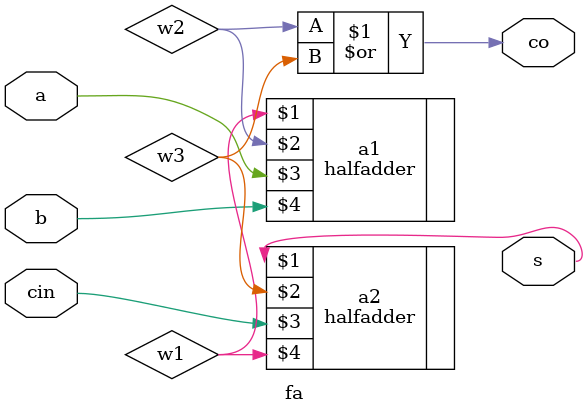
<source format=v>
`include "halfadderstruct.v"
module fa(s,co,a,b,cin);
input a,b,cin;
output s,co;
wire w1,w2,w3;
halfadder a1(w1,w2,a,b);
halfadder a2(s,w3,cin,w1);
or a3(co,w2,w3);
endmodule
</source>
